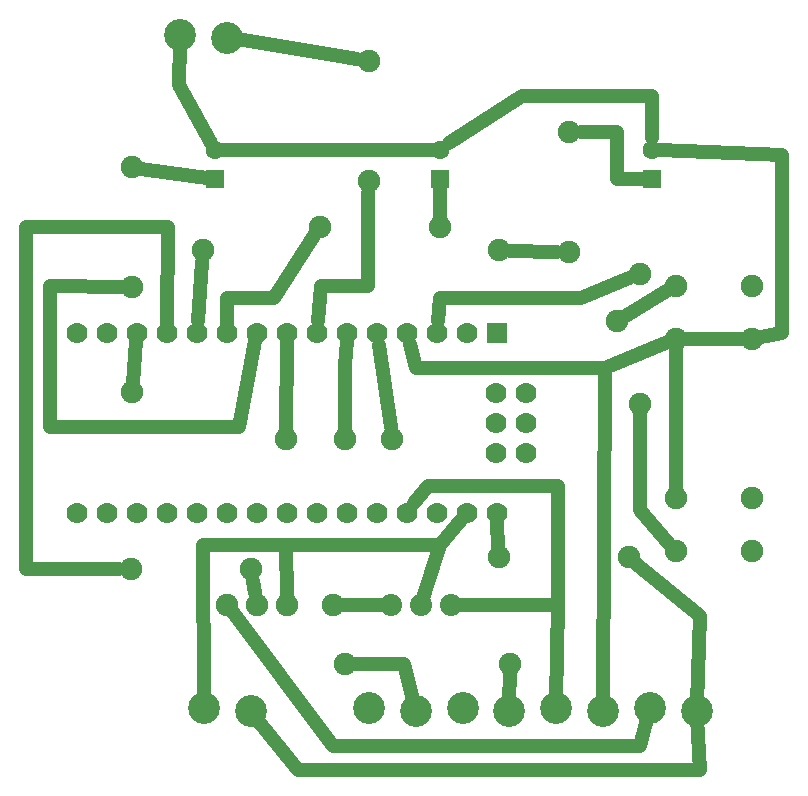
<source format=gbl>
G04 MADE WITH FRITZING*
G04 WWW.FRITZING.ORG*
G04 SINGLE SIDED*
G04 HOLES NOT PLATED*
G04 CONTOUR ON CENTER OF CONTOUR VECTOR*
%ASAXBY*%
%FSLAX23Y23*%
%MOIN*%
%OFA0B0*%
%SFA1.0B1.0*%
%ADD10C,0.070000*%
%ADD11C,0.106299*%
%ADD12C,0.062992*%
%ADD13C,0.075000*%
%ADD14C,0.073749*%
%ADD15R,0.070000X0.069958*%
%ADD16R,0.062992X0.062992*%
%ADD17C,0.048000*%
%LNCOPPER0*%
G90*
G70*
G54D10*
X1606Y1536D03*
X1506Y1536D03*
X1406Y1536D03*
X1306Y1536D03*
X1206Y1536D03*
X1106Y1536D03*
X1006Y1536D03*
X906Y1536D03*
X806Y1536D03*
X706Y1536D03*
X606Y1536D03*
X506Y1536D03*
X406Y1536D03*
X306Y1536D03*
X206Y1536D03*
X1606Y936D03*
X1506Y936D03*
X1406Y936D03*
X1306Y936D03*
X1206Y936D03*
X1106Y936D03*
X1006Y936D03*
X906Y936D03*
X806Y936D03*
X706Y936D03*
X606Y936D03*
X506Y936D03*
X406Y936D03*
X306Y936D03*
X206Y936D03*
X1702Y1335D03*
X1602Y1335D03*
X1702Y1235D03*
X1602Y1235D03*
X1702Y1135D03*
X1602Y1135D03*
G54D11*
X785Y276D03*
X629Y286D03*
X706Y2520D03*
X550Y2530D03*
X2272Y276D03*
X2116Y286D03*
X1960Y276D03*
X1804Y286D03*
X1648Y276D03*
X1492Y286D03*
X1336Y276D03*
X1180Y286D03*
G54D12*
X2123Y2047D03*
X2123Y2146D03*
X1415Y2047D03*
X1415Y2146D03*
X667Y2047D03*
X667Y2146D03*
G54D13*
X2458Y807D03*
X2202Y807D03*
X2458Y984D03*
X2202Y984D03*
X2458Y1516D03*
X2202Y1516D03*
X2458Y1693D03*
X2202Y1693D03*
X385Y748D03*
X785Y748D03*
X1179Y2041D03*
X1179Y2441D03*
X1848Y1805D03*
X1848Y2205D03*
X391Y1687D03*
X391Y2087D03*
X1015Y1890D03*
X1415Y1890D03*
X706Y630D03*
X806Y630D03*
X906Y630D03*
G54D14*
X1254Y630D03*
X1354Y630D03*
X1454Y630D03*
G54D13*
X1651Y433D03*
X1100Y1181D03*
X2045Y788D03*
X1612Y788D03*
X1060Y630D03*
X903Y1181D03*
X391Y1339D03*
X2005Y1575D03*
X627Y1811D03*
X1612Y1811D03*
X2084Y1732D03*
X2084Y1299D03*
X1257Y1181D03*
X1100Y433D03*
G54D15*
X1606Y1536D03*
G54D16*
X2123Y2047D03*
X1415Y2047D03*
X667Y2047D03*
G54D17*
X1415Y2021D02*
X1415Y1919D01*
D02*
X1139Y2448D02*
X742Y2514D01*
D02*
X2007Y2204D02*
X1888Y2205D01*
D02*
X2085Y2047D02*
X2007Y2047D01*
D02*
X2007Y2047D02*
X2007Y2204D01*
D02*
X640Y2051D02*
X419Y2083D01*
D02*
X799Y669D02*
X792Y709D01*
D02*
X706Y1565D02*
X706Y1653D01*
D02*
X706Y1653D02*
X864Y1653D01*
D02*
X864Y1653D02*
X999Y1866D01*
D02*
X801Y1507D02*
X746Y1221D01*
D02*
X116Y1221D02*
X116Y1693D01*
D02*
X746Y1221D02*
X116Y1221D01*
D02*
X116Y1693D02*
X363Y1687D01*
D02*
X506Y1565D02*
X509Y1890D01*
D02*
X509Y1890D02*
X38Y1889D01*
D02*
X38Y1889D02*
X38Y748D01*
D02*
X38Y748D02*
X345Y748D01*
D02*
X1809Y1024D02*
X1375Y1024D01*
D02*
X1375Y1024D02*
X1331Y967D01*
D02*
X1809Y630D02*
X1809Y1024D01*
D02*
X1809Y630D02*
X1486Y630D01*
D02*
X1804Y311D02*
X1809Y630D01*
D02*
X2110Y262D02*
X2084Y157D01*
D02*
X2084Y157D02*
X1060Y157D01*
D02*
X1060Y157D02*
X723Y607D01*
D02*
X1650Y405D02*
X1648Y301D01*
D02*
X1101Y1430D02*
X1105Y1507D01*
D02*
X1100Y1210D02*
X1101Y1430D01*
D02*
X2067Y769D02*
X2282Y591D01*
D02*
X2282Y591D02*
X2273Y301D01*
D02*
X1611Y816D02*
X1607Y907D01*
D02*
X800Y256D02*
X942Y79D01*
D02*
X942Y79D02*
X2282Y79D01*
D02*
X2282Y79D02*
X2273Y251D01*
D02*
X2202Y1013D02*
X2202Y1487D01*
D02*
X2150Y2145D02*
X2556Y2127D01*
D02*
X2556Y2127D02*
X2556Y1536D01*
D02*
X1222Y630D02*
X1089Y630D01*
D02*
X906Y1507D02*
X903Y1210D01*
D02*
X404Y1507D02*
X393Y1367D01*
D02*
X2178Y1678D02*
X2030Y1590D01*
D02*
X609Y1576D02*
X624Y1772D01*
D02*
X1651Y1810D02*
X1808Y1806D01*
D02*
X548Y2363D02*
X654Y2169D01*
D02*
X550Y2505D02*
X548Y2363D01*
D02*
X694Y2146D02*
X1388Y2146D01*
D02*
X1967Y1418D02*
X1335Y1418D01*
D02*
X1335Y1418D02*
X1316Y1497D01*
D02*
X2165Y1501D02*
X1967Y1418D01*
D02*
X2556Y1536D02*
X2486Y1522D01*
D02*
X2429Y1516D02*
X2231Y1516D01*
D02*
X1887Y1652D02*
X1415Y1652D01*
D02*
X1415Y1652D02*
X1409Y1576D01*
D02*
X2047Y1718D02*
X1887Y1652D01*
D02*
X2084Y946D02*
X2084Y1271D01*
D02*
X2184Y829D02*
X2084Y946D01*
D02*
X1296Y433D02*
X1128Y433D01*
D02*
X1330Y300D02*
X1296Y433D01*
D02*
X1252Y1221D02*
X1212Y1496D01*
D02*
X902Y827D02*
X626Y827D01*
D02*
X626Y827D02*
X629Y311D01*
D02*
X906Y659D02*
X902Y827D01*
D02*
X1415Y827D02*
X902Y827D01*
D02*
X1364Y661D02*
X1415Y827D01*
D02*
X902Y827D02*
X906Y659D01*
D02*
X1415Y827D02*
X1364Y661D01*
D02*
X1487Y913D02*
X1415Y827D01*
D02*
X1966Y1418D02*
X2176Y1505D01*
D02*
X1960Y301D02*
X1966Y1418D01*
D02*
X1021Y1692D02*
X1010Y1576D01*
D02*
X1178Y1692D02*
X1021Y1692D01*
D02*
X1178Y2001D02*
X1178Y1692D01*
D02*
X2124Y2324D02*
X2123Y2184D01*
D02*
X1689Y2324D02*
X2124Y2324D01*
D02*
X1447Y2167D02*
X1689Y2324D01*
G04 End of Copper0*
M02*
</source>
